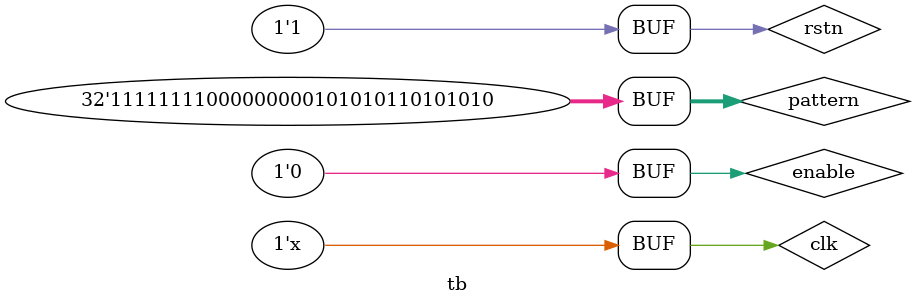
<source format=sv>
`timescale 1ns/100ps

module tb ();

    logic clk = 1;
    logic rstn = 0;

    always begin
        #5 clk = ~clk;
    end

    initial begin
        #100;
        rstn <= 1;
    end

    logic enable = 0;
    logic [31:0] pattern = 32'hFF0055AA;

    pulse_generator UUT (
        .clk        (clk),
        .rstn       (rstn),
        .enable     (enable),
        .pattern    (pattern),
        .tx_period  (4999),
        .half_period(9),
        .pulse_len  (9)
    );

    initial begin
        #50000;
        enable <= 1;
        #500000;
        enable <= 0;
    end
    
endmodule

</source>
